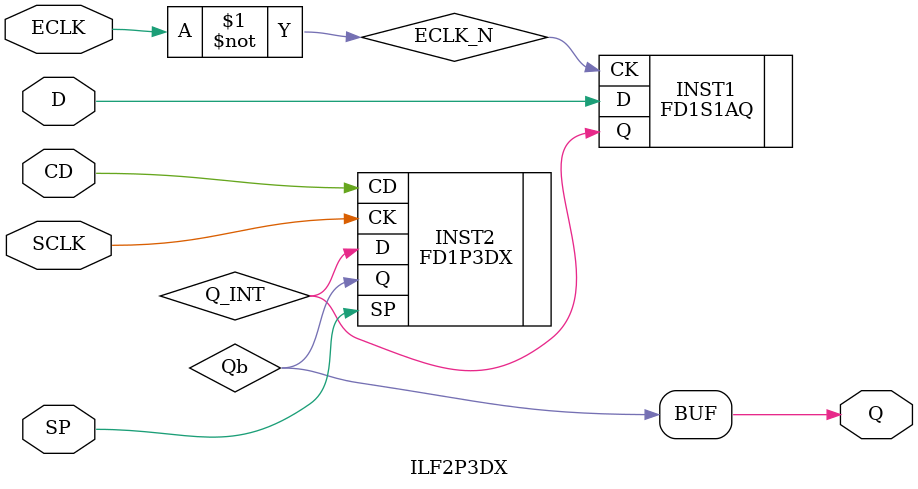
<source format=v>
`resetall
`timescale 1 ns / 1 ps

`celldefine

module ILF2P3DX (D, SP, ECLK, SCLK, CD, Q);
  parameter GSR = "ENABLED";
  defparam INST2.GSR = GSR;
  input  D, SP, ECLK, SCLK, CD;
  output Q;

  wire Qb;

  not (ECLK_N, ECLK);
  FD1S1AQ INST1 (.D(D), .CK(ECLK_N), .Q(Q_INT));
  FD1P3DX INST2 (.D(Q_INT), .SP(SP), .CK(SCLK), .CD(CD),
                 .Q(Qb));

  buf (Q, Qb);

endmodule

`endcelldefine

</source>
